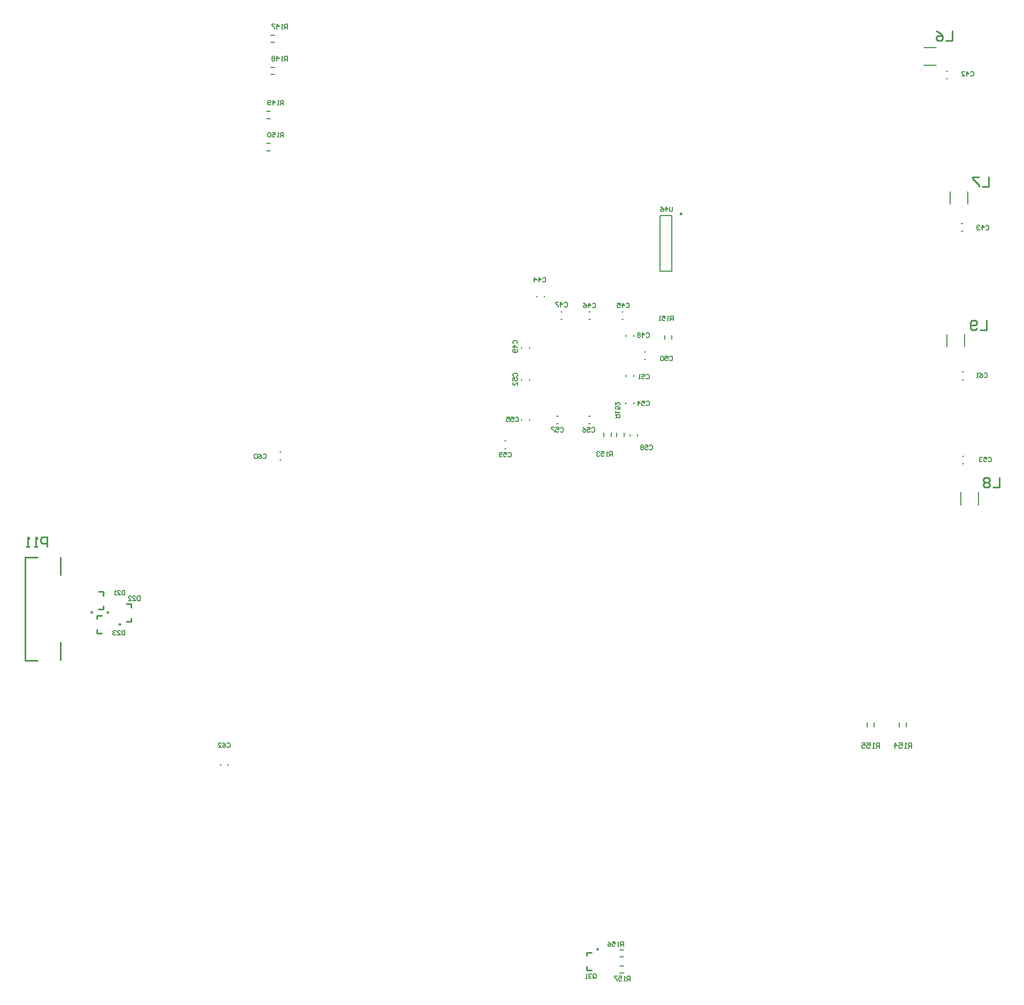
<source format=gbo>
G04 Layer_Color=32896*
%FSAX44Y44*%
%MOMM*%
G71*
G01*
G75*
%ADD46C,0.2540*%
%ADD100C,0.2000*%
%ADD101C,0.2500*%
%ADD104C,0.1270*%
D46*
X00699770Y00857250D02*
G03*
X00699770Y00857250I-00001270J00000000D01*
G01*
X00655320Y00876300D02*
G03*
X00655320Y00876300I-00001270J00000000D01*
G01*
X00680720D02*
G03*
X00680720Y00876300I-00001270J00000000D01*
G01*
X01455420Y00342900D02*
G03*
X01455420Y00342900I-00001270J00000000D01*
G01*
X00708660Y00890270D02*
X00716280D01*
Y00883920D02*
Y00890270D01*
Y00862330D02*
Y00867410D01*
X00708660Y00862330D02*
X00716280D01*
X00604520Y00801370D02*
Y00829310D01*
Y00935990D02*
Y00963930D01*
X00548640D02*
X00567690D01*
X00548640Y00800100D02*
Y00963930D01*
Y00800100D02*
X00567690D01*
X00664210Y00909320D02*
X00671830D01*
Y00902970D02*
Y00909320D01*
Y00881380D02*
Y00886460D01*
X00664210Y00881380D02*
X00671830D01*
X00661670Y00843280D02*
X00669290D01*
X00661670D02*
Y00849630D01*
Y00866140D02*
Y00871220D01*
X00669290D01*
X01436370Y00337820D02*
X01443990D01*
X01436370Y00332740D02*
Y00337820D01*
Y00309880D02*
Y00316230D01*
Y00309880D02*
X01443990D01*
X00582930Y00980440D02*
Y00995675D01*
X00575312D01*
X00572773Y00993136D01*
Y00988057D01*
X00575312Y00985518D01*
X00582930D01*
X00567695Y00980440D02*
X00562617D01*
X00565156D01*
Y00995675D01*
X00567695Y00993136D01*
X00554999Y00980440D02*
X00549921D01*
X00552460D01*
Y00995675D01*
X00554999Y00993136D01*
X02014728Y01797045D02*
Y01781810D01*
X02004571D01*
X01989336Y01797045D02*
X01994415Y01794506D01*
X01999493Y01789427D01*
Y01784349D01*
X01996954Y01781810D01*
X01991875D01*
X01989336Y01784349D01*
Y01786888D01*
X01991875Y01789427D01*
X01999493D01*
X02072640Y01565905D02*
Y01550670D01*
X02062483D01*
X02057405Y01565905D02*
X02047248D01*
Y01563366D01*
X02057405Y01553209D01*
Y01550670D01*
X02089150Y01089655D02*
Y01074420D01*
X02078993D01*
X02073915Y01087116D02*
X02071376Y01089655D01*
X02066297D01*
X02063758Y01087116D01*
Y01084577D01*
X02066297Y01082038D01*
X02063758Y01079498D01*
Y01076959D01*
X02066297Y01074420D01*
X02071376D01*
X02073915Y01076959D01*
Y01079498D01*
X02071376Y01082038D01*
X02073915Y01084577D01*
Y01087116D01*
X02071376Y01082038D02*
X02066297D01*
X02068830Y01338575D02*
Y01323340D01*
X02058673D01*
X02053595Y01325879D02*
X02051056Y01323340D01*
X02045977D01*
X02043438Y01325879D01*
Y01336036D01*
X02045977Y01338575D01*
X02051056D01*
X02053595Y01336036D01*
Y01333497D01*
X02051056Y01330957D01*
X02043438D01*
D100*
X01489250Y00330800D02*
X01495250D01*
X01489250Y00342300D02*
X01495250D01*
X01560160Y01308910D02*
Y01314910D01*
X01571660Y01308910D02*
Y01314910D01*
X01484150Y01154650D02*
Y01160650D01*
X01495650Y01154650D02*
Y01160650D01*
X01464150Y01154650D02*
Y01160650D01*
X01475650Y01154650D02*
Y01160650D01*
X01489250Y00316900D02*
X01495250D01*
X01489250Y00305400D02*
X01495250D01*
X01942500Y00695500D02*
Y00701500D01*
X01931000Y00695500D02*
Y00701500D01*
X01891700Y00695500D02*
Y00701500D01*
X01880200Y00695500D02*
Y00701500D01*
X00936800Y01739300D02*
X00942800D01*
X00936800Y01727800D02*
X00942800D01*
X00930450Y01607150D02*
X00936450D01*
X00930450Y01618650D02*
X00936450D01*
X00936800Y01790100D02*
X00942800D01*
X00936800Y01778600D02*
X00942800D01*
X00930450Y01657950D02*
X00936450D01*
X00930450Y01669450D02*
X00936450D01*
X02031000Y01257200D02*
X02033000D01*
X02031000Y01244700D02*
X02033000D01*
X02031000Y01123850D02*
X02033000D01*
X02031000Y01111350D02*
X02033000D01*
X02029730Y01492150D02*
X02031730D01*
X02029730Y01479650D02*
X02031730D01*
X02005600Y01733450D02*
X02007600D01*
X02005600Y01720950D02*
X02007600D01*
X00951500Y01130200D02*
X00953500D01*
X00951500Y01117700D02*
X00953500D01*
X01333600Y01180100D02*
Y01182100D01*
X01346100Y01180100D02*
Y01182100D01*
X01389650Y01174850D02*
X01391650D01*
X01389650Y01187350D02*
X01391650D01*
X01440450Y01174850D02*
X01442450D01*
X01440450Y01187350D02*
X01442450D01*
X01517550Y01155970D02*
Y01157970D01*
X01505050Y01155970D02*
Y01157970D01*
X01498700Y01206770D02*
Y01208770D01*
X01511200Y01206770D02*
Y01208770D01*
X01528080Y01276450D02*
X01530080D01*
X01528080Y01288950D02*
X01530080D01*
X01511200Y01249950D02*
Y01251950D01*
X01498700Y01249950D02*
Y01251950D01*
Y01313450D02*
Y01315450D01*
X01511200Y01313450D02*
Y01315450D01*
X01492520Y01352450D02*
X01494520D01*
X01492520Y01339950D02*
X01494520D01*
X01440450Y01352450D02*
X01442450D01*
X01440450Y01339950D02*
X01442450D01*
X01396000Y01352450D02*
X01398000D01*
X01396000Y01339950D02*
X01398000D01*
X01307100Y01135480D02*
X01309100D01*
X01307100Y01147980D02*
X01309100D01*
X01357730Y01375680D02*
Y01377680D01*
X01370230Y01375680D02*
Y01377680D01*
X01333600Y01294400D02*
Y01296400D01*
X01346100Y01294400D02*
Y01296400D01*
Y01243600D02*
Y01245600D01*
X01333600Y01243600D02*
Y01245600D01*
X00857350Y00634000D02*
Y00636000D01*
X00869850Y00634000D02*
Y00636000D01*
X01571100Y01416500D02*
Y01504500D01*
X01553100Y01416500D02*
Y01504500D01*
X01571100D01*
X01553100Y01416500D02*
X01571100D01*
X01969930Y01770360D02*
X01989930D01*
X01969930Y01742460D02*
X01989930D01*
X02056110Y01046640D02*
Y01066640D01*
X02028210Y01046640D02*
Y01066640D01*
X02006620Y01296830D02*
Y01316830D01*
X02034520Y01296830D02*
Y01316830D01*
X02011700Y01522890D02*
Y01542890D01*
X02039600Y01522890D02*
Y01542890D01*
D101*
X01587350Y01507100D02*
G03*
X01587350Y01507100I-00001250J00000000D01*
G01*
D104*
X00956818Y01679702D02*
Y01686700D01*
X00953319D01*
X00952153Y01685533D01*
Y01683201D01*
X00953319Y01682035D01*
X00956818D01*
X00954485D02*
X00952153Y01679702D01*
X00949820D02*
X00947488D01*
X00948654D01*
Y01686700D01*
X00949820Y01685533D01*
X00940490Y01679702D02*
Y01686700D01*
X00943989Y01683201D01*
X00939324D01*
X00936991Y01680868D02*
X00935825Y01679702D01*
X00933492D01*
X00932326Y01680868D01*
Y01685533D01*
X00933492Y01686700D01*
X00935825D01*
X00936991Y01685533D01*
Y01684367D01*
X00935825Y01683201D01*
X00932326D01*
X00963168Y01800352D02*
Y01807350D01*
X00959669D01*
X00958503Y01806183D01*
Y01803851D01*
X00959669Y01802685D01*
X00963168D01*
X00960835D02*
X00958503Y01800352D01*
X00956170D02*
X00953838D01*
X00955004D01*
Y01807350D01*
X00956170Y01806183D01*
X00946840Y01800352D02*
Y01807350D01*
X00950339Y01803851D01*
X00945674D01*
X00943341Y01807350D02*
X00938676D01*
Y01806183D01*
X00943341Y01801518D01*
Y01800352D01*
X00956818Y01628902D02*
Y01635900D01*
X00953319D01*
X00952153Y01634733D01*
Y01632401D01*
X00953319Y01631235D01*
X00956818D01*
X00954485D02*
X00952153Y01628902D01*
X00949820D02*
X00947488D01*
X00948654D01*
Y01635900D01*
X00949820Y01634733D01*
X00939324Y01635900D02*
X00943989D01*
Y01632401D01*
X00941656Y01633567D01*
X00940490D01*
X00939324Y01632401D01*
Y01630068D01*
X00940490Y01628902D01*
X00942822D01*
X00943989Y01630068D01*
X00936991Y01634733D02*
X00935825Y01635900D01*
X00933492D01*
X00932326Y01634733D01*
Y01630068D01*
X00933492Y01628902D01*
X00935825D01*
X00936991Y01630068D01*
Y01634733D01*
X00963168Y01749552D02*
Y01756550D01*
X00959669D01*
X00958503Y01755383D01*
Y01753051D01*
X00959669Y01751885D01*
X00963168D01*
X00960835D02*
X00958503Y01749552D01*
X00956170D02*
X00953838D01*
X00955004D01*
Y01756550D01*
X00956170Y01755383D01*
X00946840Y01749552D02*
Y01756550D01*
X00950339Y01753051D01*
X00945674D01*
X00943341Y01755383D02*
X00942175Y01756550D01*
X00939842D01*
X00938676Y01755383D01*
Y01754217D01*
X00939842Y01753051D01*
X00938676Y01751885D01*
Y01750718D01*
X00939842Y01749552D01*
X00942175D01*
X00943341Y01750718D01*
Y01751885D01*
X00942175Y01753051D01*
X00943341Y01754217D01*
Y01755383D01*
X00942175Y01753051D02*
X00939842D01*
X01899920Y00661670D02*
Y00669667D01*
X01895921D01*
X01894588Y00668335D01*
Y00665669D01*
X01895921Y00664336D01*
X01899920D01*
X01897254D02*
X01894588Y00661670D01*
X01891923D02*
X01889257D01*
X01890590D01*
Y00669667D01*
X01891923Y00668335D01*
X01879926Y00669667D02*
X01885258D01*
Y00665669D01*
X01882592Y00667002D01*
X01881259D01*
X01879926Y00665669D01*
Y00663003D01*
X01881259Y00661670D01*
X01883925D01*
X01885258Y00663003D01*
X01871929Y00669667D02*
X01877261D01*
Y00665669D01*
X01874595Y00667002D01*
X01873262D01*
X01871929Y00665669D01*
Y00663003D01*
X01873262Y00661670D01*
X01875928D01*
X01877261Y00663003D01*
X01950720Y00661670D02*
Y00669667D01*
X01946721D01*
X01945388Y00668335D01*
Y00665669D01*
X01946721Y00664336D01*
X01950720D01*
X01948054D02*
X01945388Y00661670D01*
X01942723D02*
X01940057D01*
X01941390D01*
Y00669667D01*
X01942723Y00668335D01*
X01930726Y00669667D02*
X01936058D01*
Y00665669D01*
X01933392Y00667002D01*
X01932059D01*
X01930726Y00665669D01*
Y00663003D01*
X01932059Y00661670D01*
X01934725D01*
X01936058Y00663003D01*
X01924062Y00661670D02*
Y00669667D01*
X01928061Y00665669D01*
X01922729D01*
X00867825Y00668518D02*
X00868991Y00669684D01*
X00871324D01*
X00872490Y00668518D01*
Y00663852D01*
X00871324Y00662686D01*
X00868991D01*
X00867825Y00663852D01*
X00860827Y00669684D02*
X00863160Y00668518D01*
X00865492Y00666185D01*
Y00663852D01*
X00864326Y00662686D01*
X00861993D01*
X00860827Y00663852D01*
Y00665019D01*
X00861993Y00666185D01*
X00865492D01*
X00853829Y00662686D02*
X00858494D01*
X00853829Y00667351D01*
Y00668518D01*
X00854996Y00669684D01*
X00857328D01*
X00858494Y00668518D01*
X01446945Y00298346D02*
Y00303011D01*
X01448111Y00304178D01*
X01450444D01*
X01451610Y00303011D01*
Y00298346D01*
X01450444Y00297180D01*
X01448111D01*
X01449277Y00299513D02*
X01446945Y00297180D01*
X01448111D02*
X01446945Y00298346D01*
X01444612Y00303011D02*
X01443446Y00304178D01*
X01441113D01*
X01439947Y00303011D01*
Y00301845D01*
X01441113Y00300679D01*
X01442280D01*
X01441113D01*
X01439947Y00299513D01*
Y00298346D01*
X01441113Y00297180D01*
X01443446D01*
X01444612Y00298346D01*
X01437614Y00297180D02*
X01435282D01*
X01436448D01*
Y00304178D01*
X01437614Y00303011D01*
X01504950Y00293370D02*
Y00300368D01*
X01501451D01*
X01500285Y00299202D01*
Y00296869D01*
X01501451Y00295703D01*
X01504950D01*
X01502617D02*
X01500285Y00293370D01*
X01497952D02*
X01495620D01*
X01496786D01*
Y00300368D01*
X01497952Y00299202D01*
X01487456Y00300368D02*
X01492121D01*
Y00296869D01*
X01489788Y00298035D01*
X01488622D01*
X01487456Y00296869D01*
Y00294536D01*
X01488622Y00293370D01*
X01490954D01*
X01492121Y00294536D01*
X01485123Y00300368D02*
X01480458D01*
Y00299202D01*
X01485123Y00294536D01*
Y00293370D01*
X01321319Y01250095D02*
X01320152Y01251261D01*
Y01253594D01*
X01321319Y01254760D01*
X01325984D01*
X01327150Y01253594D01*
Y01251261D01*
X01325984Y01250095D01*
X01320152Y01243097D02*
Y01247762D01*
X01323651D01*
X01322485Y01245430D01*
Y01244263D01*
X01323651Y01243097D01*
X01325984D01*
X01327150Y01244263D01*
Y01246596D01*
X01325984Y01247762D01*
X01327150Y01236099D02*
Y01240764D01*
X01322485Y01236099D01*
X01321319D01*
X01320152Y01237266D01*
Y01239598D01*
X01321319Y01240764D01*
X00706120Y00847738D02*
Y00840740D01*
X00702621D01*
X00701455Y00841906D01*
Y00846572D01*
X00702621Y00847738D01*
X00706120D01*
X00694457Y00840740D02*
X00699122D01*
X00694457Y00845405D01*
Y00846572D01*
X00695623Y00847738D01*
X00697956D01*
X00699122Y00846572D01*
X00692124D02*
X00690958Y00847738D01*
X00688626D01*
X00687459Y00846572D01*
Y00845405D01*
X00688626Y00844239D01*
X00689792D01*
X00688626D01*
X00687459Y00843073D01*
Y00841906D01*
X00688626Y00840740D01*
X00690958D01*
X00692124Y00841906D01*
X00706120Y00911238D02*
Y00904240D01*
X00702621D01*
X00701455Y00905406D01*
Y00910071D01*
X00702621Y00911238D01*
X00706120D01*
X00694457Y00904240D02*
X00699122D01*
X00694457Y00908905D01*
Y00910071D01*
X00695623Y00911238D01*
X00697956D01*
X00699122Y00910071D01*
X00692124Y00904240D02*
X00689792D01*
X00690958D01*
Y00911238D01*
X00692124Y00910071D01*
X00730250Y00902348D02*
Y00895350D01*
X00726751D01*
X00725585Y00896516D01*
Y00901181D01*
X00726751Y00902348D01*
X00730250D01*
X00718587Y00895350D02*
X00723252D01*
X00718587Y00900015D01*
Y00901181D01*
X00719753Y00902348D01*
X00722086D01*
X00723252Y00901181D01*
X00711589Y00895350D02*
X00716255D01*
X00711589Y00900015D01*
Y00901181D01*
X00712756Y00902348D01*
X00715088D01*
X00716255Y00901181D01*
X01321319Y01302165D02*
X01320152Y01303331D01*
Y01305664D01*
X01321319Y01306830D01*
X01325984D01*
X01327150Y01305664D01*
Y01303331D01*
X01325984Y01302165D01*
X01327150Y01296333D02*
X01320152D01*
X01323651Y01299832D01*
Y01295167D01*
X01325984Y01292834D02*
X01327150Y01291668D01*
Y01289336D01*
X01325984Y01288169D01*
X01321319D01*
X01320152Y01289336D01*
Y01291668D01*
X01321319Y01292834D01*
X01322485D01*
X01323651Y01291668D01*
Y01288169D01*
X01366935Y01405372D02*
X01368101Y01406538D01*
X01370434D01*
X01371600Y01405372D01*
Y01400706D01*
X01370434Y01399540D01*
X01368101D01*
X01366935Y01400706D01*
X01361103Y01399540D02*
Y01406538D01*
X01364602Y01403039D01*
X01359937D01*
X01354106Y01399540D02*
Y01406538D01*
X01357605Y01403039D01*
X01352939D01*
X01312325Y01128512D02*
X01313491Y01129678D01*
X01315824D01*
X01316990Y01128512D01*
Y01123846D01*
X01315824Y01122680D01*
X01313491D01*
X01312325Y01123846D01*
X01305327Y01129678D02*
X01309992D01*
Y01126179D01*
X01307660Y01127345D01*
X01306493D01*
X01305327Y01126179D01*
Y01123846D01*
X01306493Y01122680D01*
X01308826D01*
X01309992Y01123846D01*
X01302995D02*
X01301828Y01122680D01*
X01299496D01*
X01298329Y01123846D01*
Y01128512D01*
X01299496Y01129678D01*
X01301828D01*
X01302995Y01128512D01*
Y01127345D01*
X01301828Y01126179D01*
X01298329D01*
X01401225Y01366001D02*
X01402391Y01367168D01*
X01404724D01*
X01405890Y01366001D01*
Y01361336D01*
X01404724Y01360170D01*
X01402391D01*
X01401225Y01361336D01*
X01395393Y01360170D02*
Y01367168D01*
X01398892Y01363669D01*
X01394227D01*
X01391895Y01367168D02*
X01387229D01*
Y01366001D01*
X01391895Y01361336D01*
Y01360170D01*
X01445675Y01364731D02*
X01446841Y01365898D01*
X01449174D01*
X01450340Y01364731D01*
Y01360066D01*
X01449174Y01358900D01*
X01446841D01*
X01445675Y01360066D01*
X01439843Y01358900D02*
Y01365898D01*
X01443342Y01362399D01*
X01438677D01*
X01431679Y01365898D02*
X01434012Y01364731D01*
X01436344Y01362399D01*
Y01360066D01*
X01435178Y01358900D01*
X01432846D01*
X01431679Y01360066D01*
Y01361233D01*
X01432846Y01362399D01*
X01436344D01*
X01499015Y01364731D02*
X01500181Y01365898D01*
X01502514D01*
X01503680Y01364731D01*
Y01360066D01*
X01502514Y01358900D01*
X01500181D01*
X01499015Y01360066D01*
X01493183Y01358900D02*
Y01365898D01*
X01496682Y01362399D01*
X01492017D01*
X01485019Y01365898D02*
X01489684D01*
Y01362399D01*
X01487352Y01363565D01*
X01486186D01*
X01485019Y01362399D01*
Y01360066D01*
X01486186Y01358900D01*
X01488518D01*
X01489684Y01360066D01*
X01530765Y01317742D02*
X01531931Y01318908D01*
X01534264D01*
X01535430Y01317742D01*
Y01313076D01*
X01534264Y01311910D01*
X01531931D01*
X01530765Y01313076D01*
X01524933Y01311910D02*
Y01318908D01*
X01528432Y01315409D01*
X01523767D01*
X01521434Y01317742D02*
X01520268Y01318908D01*
X01517936D01*
X01516769Y01317742D01*
Y01316575D01*
X01517936Y01315409D01*
X01516769Y01314243D01*
Y01313076D01*
X01517936Y01311910D01*
X01520268D01*
X01521434Y01313076D01*
Y01314243D01*
X01520268Y01315409D01*
X01521434Y01316575D01*
Y01317742D01*
X01520268Y01315409D02*
X01517936D01*
X01530765Y01251982D02*
X01531931Y01253148D01*
X01534264D01*
X01535430Y01251982D01*
Y01247316D01*
X01534264Y01246150D01*
X01531931D01*
X01530765Y01247316D01*
X01523767Y01253148D02*
X01528432D01*
Y01249649D01*
X01526100Y01250815D01*
X01524933D01*
X01523767Y01249649D01*
Y01247316D01*
X01524933Y01246150D01*
X01527266D01*
X01528432Y01247316D01*
X01521434Y01246150D02*
X01519102D01*
X01520268D01*
Y01253148D01*
X01521434Y01251982D01*
X01567595Y01280912D02*
X01568761Y01282078D01*
X01571094D01*
X01572260Y01280912D01*
Y01276246D01*
X01571094Y01275080D01*
X01568761D01*
X01567595Y01276246D01*
X01560597Y01282078D02*
X01565262D01*
Y01278579D01*
X01562930Y01279745D01*
X01561763D01*
X01560597Y01278579D01*
Y01276246D01*
X01561763Y01275080D01*
X01564096D01*
X01565262Y01276246D01*
X01558264Y01280912D02*
X01557098Y01282078D01*
X01554766D01*
X01553599Y01280912D01*
Y01276246D01*
X01554766Y01275080D01*
X01557098D01*
X01558264Y01276246D01*
Y01280912D01*
X01530765Y01209791D02*
X01531931Y01210958D01*
X01534264D01*
X01535430Y01209791D01*
Y01205126D01*
X01534264Y01203960D01*
X01531931D01*
X01530765Y01205126D01*
X01523767Y01210958D02*
X01528432D01*
Y01207459D01*
X01526100Y01208625D01*
X01524933D01*
X01523767Y01207459D01*
Y01205126D01*
X01524933Y01203960D01*
X01527266D01*
X01528432Y01205126D01*
X01517936Y01203960D02*
Y01210958D01*
X01521434Y01207459D01*
X01516769D01*
X01535845Y01139941D02*
X01537011Y01141108D01*
X01539344D01*
X01540510Y01139941D01*
Y01135276D01*
X01539344Y01134110D01*
X01537011D01*
X01535845Y01135276D01*
X01528847Y01141108D02*
X01533512D01*
Y01137609D01*
X01531180Y01138775D01*
X01530013D01*
X01528847Y01137609D01*
Y01135276D01*
X01530013Y01134110D01*
X01532346D01*
X01533512Y01135276D01*
X01526514Y01139941D02*
X01525348Y01141108D01*
X01523016D01*
X01521849Y01139941D01*
Y01138775D01*
X01523016Y01137609D01*
X01521849Y01136443D01*
Y01135276D01*
X01523016Y01134110D01*
X01525348D01*
X01526514Y01135276D01*
Y01136443D01*
X01525348Y01137609D01*
X01526514Y01138775D01*
Y01139941D01*
X01525348Y01137609D02*
X01523016D01*
X01444405Y01167881D02*
X01445571Y01169048D01*
X01447904D01*
X01449070Y01167881D01*
Y01163216D01*
X01447904Y01162050D01*
X01445571D01*
X01444405Y01163216D01*
X01437407Y01169048D02*
X01442072D01*
Y01165549D01*
X01439740Y01166715D01*
X01438573D01*
X01437407Y01165549D01*
Y01163216D01*
X01438573Y01162050D01*
X01440906D01*
X01442072Y01163216D01*
X01430409Y01169048D02*
X01432742Y01167881D01*
X01435074Y01165549D01*
Y01163216D01*
X01433908Y01162050D01*
X01431576D01*
X01430409Y01163216D01*
Y01164383D01*
X01431576Y01165549D01*
X01435074D01*
X01394875Y01167881D02*
X01396041Y01169048D01*
X01398374D01*
X01399540Y01167881D01*
Y01163216D01*
X01398374Y01162050D01*
X01396041D01*
X01394875Y01163216D01*
X01387877Y01169048D02*
X01392542D01*
Y01165549D01*
X01390210Y01166715D01*
X01389043D01*
X01387877Y01165549D01*
Y01163216D01*
X01389043Y01162050D01*
X01391376D01*
X01392542Y01163216D01*
X01385544Y01169048D02*
X01380879D01*
Y01167881D01*
X01385544Y01163216D01*
Y01162050D01*
X01323755Y01184391D02*
X01324921Y01185558D01*
X01327254D01*
X01328420Y01184391D01*
Y01179726D01*
X01327254Y01178560D01*
X01324921D01*
X01323755Y01179726D01*
X01316757Y01185558D02*
X01321422D01*
Y01182059D01*
X01319090Y01183225D01*
X01317923D01*
X01316757Y01182059D01*
Y01179726D01*
X01317923Y01178560D01*
X01320256D01*
X01321422Y01179726D01*
X01309759Y01185558D02*
X01314424D01*
Y01182059D01*
X01312092Y01183225D01*
X01310926D01*
X01309759Y01182059D01*
Y01179726D01*
X01310926Y01178560D01*
X01313258D01*
X01314424Y01179726D01*
X00924975Y01125972D02*
X00926141Y01127138D01*
X00928474D01*
X00929640Y01125972D01*
Y01121306D01*
X00928474Y01120140D01*
X00926141D01*
X00924975Y01121306D01*
X00917977Y01127138D02*
X00920310Y01125972D01*
X00922642Y01123639D01*
Y01121306D01*
X00921476Y01120140D01*
X00919143D01*
X00917977Y01121306D01*
Y01122473D01*
X00919143Y01123639D01*
X00922642D01*
X00915645Y01125972D02*
X00914478Y01127138D01*
X00912146D01*
X00910979Y01125972D01*
Y01121306D01*
X00912146Y01120140D01*
X00914478D01*
X00915645Y01121306D01*
Y01125972D01*
X01477010Y01123950D02*
Y01130948D01*
X01473511D01*
X01472345Y01129781D01*
Y01127449D01*
X01473511Y01126283D01*
X01477010D01*
X01474677D02*
X01472345Y01123950D01*
X01470012D02*
X01467680D01*
X01468846D01*
Y01130948D01*
X01470012Y01129781D01*
X01459516Y01130948D02*
X01464181D01*
Y01127449D01*
X01461848Y01128615D01*
X01460682D01*
X01459516Y01127449D01*
Y01125116D01*
X01460682Y01123950D01*
X01463015D01*
X01464181Y01125116D01*
X01457183Y01129781D02*
X01456017Y01130948D01*
X01453684D01*
X01452518Y01129781D01*
Y01128615D01*
X01453684Y01127449D01*
X01454850D01*
X01453684D01*
X01452518Y01126283D01*
Y01125116D01*
X01453684Y01123950D01*
X01456017D01*
X01457183Y01125116D01*
X01482090Y01184910D02*
X01489088D01*
Y01188409D01*
X01487921Y01189575D01*
X01485589D01*
X01484423Y01188409D01*
Y01184910D01*
Y01187243D02*
X01482090Y01189575D01*
Y01191908D02*
Y01194240D01*
Y01193074D01*
X01489088D01*
X01487921Y01191908D01*
X01489088Y01202404D02*
Y01197739D01*
X01485589D01*
X01486755Y01200072D01*
Y01201238D01*
X01485589Y01202404D01*
X01483256D01*
X01482090Y01201238D01*
Y01198905D01*
X01483256Y01197739D01*
X01482090Y01209402D02*
Y01204737D01*
X01486755Y01209402D01*
X01487921D01*
X01489088Y01208236D01*
Y01205903D01*
X01487921Y01204737D01*
X01573530Y01338580D02*
Y01345578D01*
X01570031D01*
X01568865Y01344411D01*
Y01342079D01*
X01570031Y01340913D01*
X01573530D01*
X01571197D02*
X01568865Y01338580D01*
X01566532D02*
X01564200D01*
X01565366D01*
Y01345578D01*
X01566532Y01344411D01*
X01556036Y01345578D02*
X01560701D01*
Y01342079D01*
X01558368Y01343245D01*
X01557202D01*
X01556036Y01342079D01*
Y01339746D01*
X01557202Y01338580D01*
X01559534D01*
X01560701Y01339746D01*
X01553703Y01338580D02*
X01551371D01*
X01552537D01*
Y01345578D01*
X01553703Y01344411D01*
X02043845Y01731211D02*
X02045011Y01732378D01*
X02047344D01*
X02048510Y01731211D01*
Y01726546D01*
X02047344Y01725380D01*
X02045011D01*
X02043845Y01726546D01*
X02038013Y01725380D02*
Y01732378D01*
X02041512Y01728879D01*
X02036847D01*
X02029849Y01725380D02*
X02034514D01*
X02029849Y01730045D01*
Y01731211D01*
X02031016Y01732378D01*
X02033348D01*
X02034514Y01731211D01*
X02067975Y01487921D02*
X02069141Y01489088D01*
X02071474D01*
X02072640Y01487921D01*
Y01483256D01*
X02071474Y01482090D01*
X02069141D01*
X02067975Y01483256D01*
X02062143Y01482090D02*
Y01489088D01*
X02065642Y01485589D01*
X02060977D01*
X02058645Y01487921D02*
X02057478Y01489088D01*
X02055146D01*
X02053979Y01487921D01*
Y01486755D01*
X02055146Y01485589D01*
X02056312D01*
X02055146D01*
X02053979Y01484423D01*
Y01483256D01*
X02055146Y01482090D01*
X02057478D01*
X02058645Y01483256D01*
X02071785Y01120891D02*
X02072951Y01122058D01*
X02075284D01*
X02076450Y01120891D01*
Y01116226D01*
X02075284Y01115060D01*
X02072951D01*
X02071785Y01116226D01*
X02064787Y01122058D02*
X02069452D01*
Y01118559D01*
X02067120Y01119725D01*
X02065953D01*
X02064787Y01118559D01*
Y01116226D01*
X02065953Y01115060D01*
X02068286D01*
X02069452Y01116226D01*
X02062455Y01120891D02*
X02061288Y01122058D01*
X02058956D01*
X02057789Y01120891D01*
Y01119725D01*
X02058956Y01118559D01*
X02060122D01*
X02058956D01*
X02057789Y01117393D01*
Y01116226D01*
X02058956Y01115060D01*
X02061288D01*
X02062455Y01116226D01*
X02065435Y01254241D02*
X02066601Y01255408D01*
X02068934D01*
X02070100Y01254241D01*
Y01249576D01*
X02068934Y01248410D01*
X02066601D01*
X02065435Y01249576D01*
X02058437Y01255408D02*
X02060770Y01254241D01*
X02063102Y01251909D01*
Y01249576D01*
X02061936Y01248410D01*
X02059603D01*
X02058437Y01249576D01*
Y01250743D01*
X02059603Y01251909D01*
X02063102D01*
X02056104Y01248410D02*
X02053772D01*
X02054938D01*
Y01255408D01*
X02056104Y01254241D01*
X01494790Y00347980D02*
Y00354978D01*
X01491291D01*
X01490125Y00353811D01*
Y00351479D01*
X01491291Y00350313D01*
X01494790D01*
X01492457D02*
X01490125Y00347980D01*
X01487792D02*
X01485460D01*
X01486626D01*
Y00354978D01*
X01487792Y00353811D01*
X01477296Y00354978D02*
X01481961D01*
Y00351479D01*
X01479628Y00352645D01*
X01478462D01*
X01477296Y00351479D01*
Y00349146D01*
X01478462Y00347980D01*
X01480795D01*
X01481961Y00349146D01*
X01470298Y00354978D02*
X01472630Y00353811D01*
X01474963Y00351479D01*
Y00349146D01*
X01473797Y00347980D01*
X01471464D01*
X01470298Y00349146D01*
Y00350313D01*
X01471464Y00351479D01*
X01474963D01*
X01572260Y01518298D02*
Y01512466D01*
X01571094Y01511300D01*
X01568761D01*
X01567595Y01512466D01*
Y01518298D01*
X01561763Y01511300D02*
Y01518298D01*
X01565262Y01514799D01*
X01560597D01*
X01553599Y01518298D02*
X01555932Y01517132D01*
X01558264Y01514799D01*
Y01512466D01*
X01557098Y01511300D01*
X01554766D01*
X01553599Y01512466D01*
Y01513633D01*
X01554766Y01514799D01*
X01558264D01*
M02*

</source>
